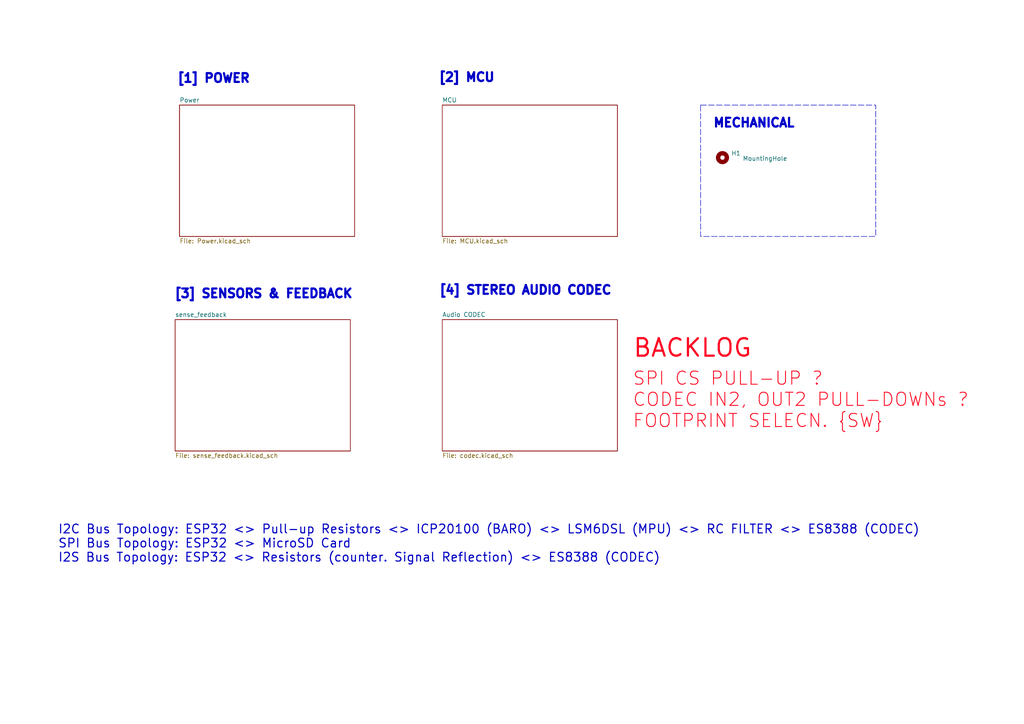
<source format=kicad_sch>
(kicad_sch (version 20231120) (generator "eeschema") (generator_version "8.0")
  (paper "A4")
  (title_block (title "BASM SOUNDCARD") (rev "1") (company "BUCHAREST APPLIED STEAM MUSEUM") (comment 1 "Changed 10u Cap. Footprints to 0603"))
  (lib_symbols
    (symbol "Mechanical:MountingHole" (pin_names (offset 1.016)) (exclude_from_sim yes) (in_bom no)
      (property "Reference" "H" (at 0 5.08 0))
      (property "Value" "MountingHole" (at 0 3.175 0))
      (symbol "MountingHole_0_1"
        (circle (center 0 0) (radius 1.27) (stroke (width 1.27)))
      )
    )
  )
  (rectangle (start 203.2 30.48) (end 254 68.58) (stroke (width 0) (type dash)))
  (text "MECHANICAL" (at 218.694 35.814 0) (effects (font (size 2.54 2.54) (thickness 0.762) (bold yes))))
  (text "SPI CS PULL-UP ?\nCODEC IN2, OUT2 PULL-DOWNs ?\nFOOTPRINT SELECN. {SW}" (at 183.388 116.078 0) (effects (font (size 3.81 3.81) (thickness 0.254) (bold yes)) (justify left)))
  (text "[2] MCU\n" (at 135.382 22.606 0) (effects (font (size 2.54 2.54) (thickness 0.762) (bold yes))))
  (text "[4] STEREO AUDIO CODEC\n\n" (at 152.4 86.36 0) (effects (font (size 2.54 2.54) (thickness 0.762) (bold yes))))
  (text "I2C Bus Topology: ESP32 <> Pull-up Resistors <> ICP20100 (BARO) <> LSM6DSL (MPU) <> RC FILTER <> ES8388 (CODEC)\nSPI Bus Topology: ESP32 <> MicroSD Card\nI2S Bus Topology: ESP32 <> Resistors (counter. Signal Reflection) <> ES8388 (CODEC)" (at 16.764 157.734 0) (effects (font (size 2.54 2.54) (thickness 0.3175)) (justify left)))
  (text "[1] POWER" (at 61.976 22.86 0) (effects (font (size 2.54 2.54) (thickness 0.762) (bold yes))))
  (text "[3] SENSORS & FEEDBACK\n\n" (at 76.454 87.376 0) (effects (font (size 2.54 2.54) (thickness 0.762) (bold yes))))
  (text "BACKLOG" (at 183.388 101.092 0) (effects (font (size 5.08 5.08) (thickness 0.635)) (justify left)))
  (symbol (lib_id "Mechanical:MountingHole") (at 209.55 45.72 0) (unit 1) (exclude_from_sim yes) (in_bom no)
    (property "Reference" "H1" (at 212.09 44.4499 0) (effects (justify left)))
    (property "Value" "MountingHole" (at 215.392 45.974 0) (effects (justify left)))
    (property "Footprint" "MountingHole:MountingHole_3.5mm" (effects (hide yes)))
    (property "Description" "Mounting Hole without connection" (effects (hide yes)))
  )
  (sheet (at 128.27 30.48) (size 50.8 38.1) (stroke (width 0.1524))
    (property "Sheetname" "MCU" (at 128.27 29.7684 0) (effects (justify left bottom)))
    (property "Sheetfile" "MCU.kicad_sch" (at 128.27 69.1646 0) (effects (justify left top)))
  )
  (sheet (at 50.8 92.71) (size 50.8 38.1) (stroke (width 0.1524))
    (property "Sheetname" "sense_feedback" (at 50.8 91.9984 0) (effects (justify left bottom)))
    (property "Sheetfile" "sense_feedback.kicad_sch" (at 50.8 131.3946 0) (effects (justify left top)))
  )
  (sheet (at 128.27 92.71) (size 50.8 38.1) (stroke (width 0.1524))
    (property "Sheetname" "Audio CODEC" (at 128.27 91.9984 0) (effects (justify left bottom)))
    (property "Sheetfile" "codec.kicad_sch" (at 128.27 131.3946 0) (effects (justify left top)))
  )
  (sheet (at 52.07 30.48) (size 50.8 38.1) (stroke (width 0.1524))
    (property "Sheetname" "Power" (at 52.07 29.7684 0) (effects (justify left bottom)))
    (property "Sheetfile" "Power.kicad_sch" (at 52.07 69.1646 0) (effects (justify left top)))
  )
)
</source>
